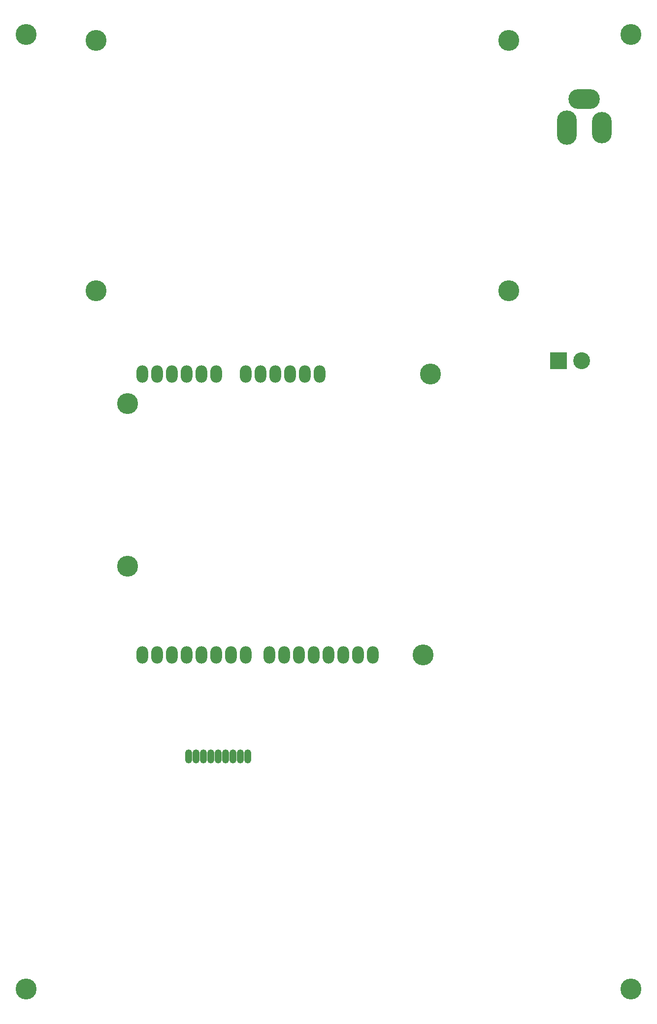
<source format=gbs>
G04 #@! TF.FileFunction,Soldermask,Bot*
%FSLAX46Y46*%
G04 Gerber Fmt 4.6, Leading zero omitted, Abs format (unit mm)*
G04 Created by KiCad (PCBNEW 4.0.1-stable) date Monday, 18 September 2017 'pmt' 22:45:53*
%MOMM*%
G01*
G04 APERTURE LIST*
%ADD10C,0.100000*%
%ADD11R,2.900000X2.900000*%
%ADD12C,2.900000*%
%ADD13O,1.250000X2.400000*%
%ADD14C,3.600000*%
%ADD15O,3.400000X5.400000*%
%ADD16O,3.400000X5.900000*%
%ADD17O,5.400000X3.400000*%
%ADD18O,2.000000X3.000000*%
G04 APERTURE END LIST*
D10*
D11*
X94520000Y111000000D03*
D12*
X98480000Y111000000D03*
D13*
X30920000Y43000000D03*
X32190000Y43000000D03*
X33460000Y43000000D03*
X34730000Y43000000D03*
X36000000Y43000000D03*
X37270000Y43000000D03*
X38540000Y43000000D03*
X39810000Y43000000D03*
X41080000Y43000000D03*
D14*
X3000000Y167000000D03*
D15*
X102000000Y151000000D03*
D16*
X96000000Y151000000D03*
D17*
X98950000Y155900000D03*
D14*
X107000000Y3000000D03*
X3000000Y3000000D03*
X107000000Y167000000D03*
X15000000Y123000000D03*
X15000000Y166000000D03*
X86000000Y166000000D03*
X86000000Y123000000D03*
X72530000Y108710000D03*
X71260000Y60450000D03*
X20460000Y75690000D03*
X20460000Y103630000D03*
D18*
X23000000Y60450000D03*
X25540000Y60450000D03*
X28080000Y60450000D03*
X30620000Y60450000D03*
X33160000Y60450000D03*
X35700000Y60450000D03*
X38240000Y60450000D03*
X40780000Y60450000D03*
X44844000Y60450000D03*
X47384000Y60450000D03*
X49924000Y60450000D03*
X52464000Y60450000D03*
X55004000Y60450000D03*
X57544000Y60450000D03*
X60084000Y60450000D03*
X62624000Y60450000D03*
X23000000Y108710000D03*
X25540000Y108710000D03*
X28080000Y108710000D03*
X30620000Y108710000D03*
X33160000Y108710000D03*
X35700000Y108710000D03*
X40780000Y108710000D03*
X43320000Y108710000D03*
X45860000Y108710000D03*
X48400000Y108710000D03*
X50940000Y108710000D03*
X53480000Y108710000D03*
M02*

</source>
